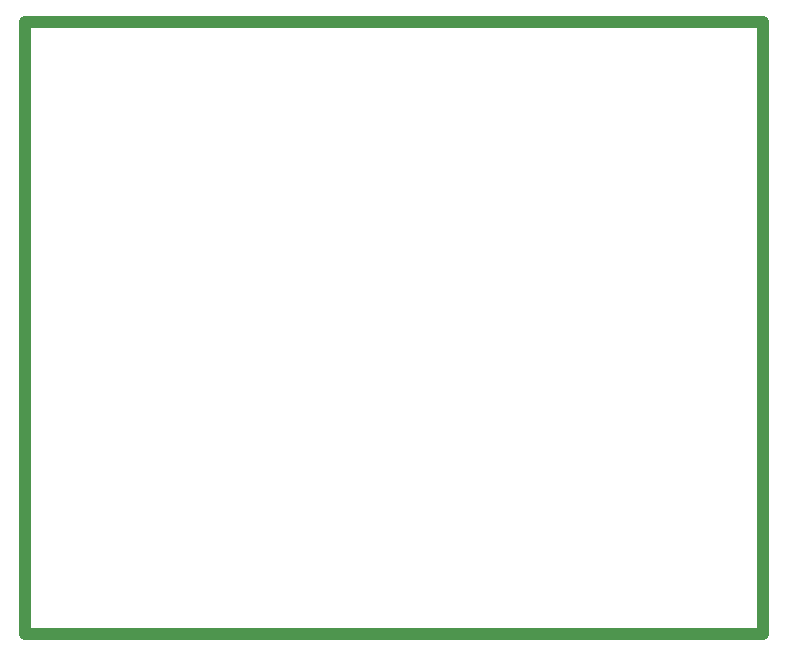
<source format=gbr>
G04 #@! TF.GenerationSoftware,KiCad,Pcbnew,5.1.4+dfsg1-1*
G04 #@! TF.CreationDate,2020-03-04T00:22:41+00:00*
G04 #@! TF.ProjectId,UaElectrex_Phase1,5561456c-6563-4747-9265-785f50686173,rev?*
G04 #@! TF.SameCoordinates,Original*
G04 #@! TF.FileFunction,Profile,NP*
%FSLAX46Y46*%
G04 Gerber Fmt 4.6, Leading zero omitted, Abs format (unit mm)*
G04 Created by KiCad (PCBNEW 5.1.4+dfsg1-1) date 2020-03-04 00:22:41*
%MOMM*%
%LPD*%
G04 APERTURE LIST*
%ADD10C,1.000000*%
G04 APERTURE END LIST*
D10*
X122809000Y-120967500D02*
X122809000Y-69088000D01*
X185293000Y-120967500D02*
X122809000Y-120967500D01*
X185293000Y-69088000D02*
X185293000Y-120967500D01*
X122809000Y-69088000D02*
X185293000Y-69088000D01*
M02*

</source>
